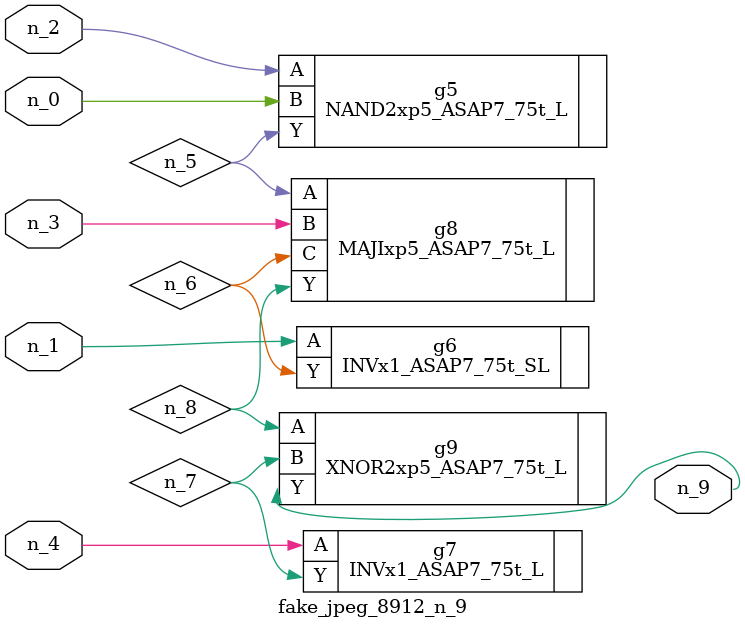
<source format=v>
module fake_jpeg_8912_n_9 (n_3, n_2, n_1, n_0, n_4, n_9);

input n_3;
input n_2;
input n_1;
input n_0;
input n_4;

output n_9;

wire n_8;
wire n_6;
wire n_5;
wire n_7;

NAND2xp5_ASAP7_75t_L g5 ( 
.A(n_2),
.B(n_0),
.Y(n_5)
);

INVx1_ASAP7_75t_SL g6 ( 
.A(n_1),
.Y(n_6)
);

INVx1_ASAP7_75t_L g7 ( 
.A(n_4),
.Y(n_7)
);

MAJIxp5_ASAP7_75t_L g8 ( 
.A(n_5),
.B(n_3),
.C(n_6),
.Y(n_8)
);

XNOR2xp5_ASAP7_75t_L g9 ( 
.A(n_8),
.B(n_7),
.Y(n_9)
);


endmodule
</source>
